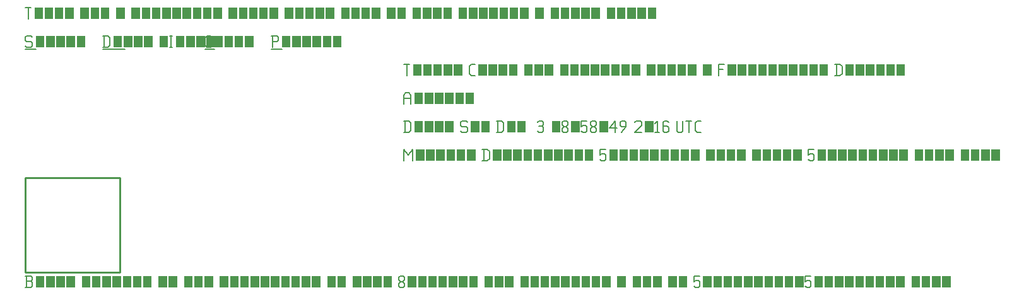
<source format=gbr>
G04 start of page 3 for group -3984 idx -3984 *
G04 Title: Clear and no-clear lines, fab *
G04 Creator: <version>
G04 CreationDate: <date>
G04 For:  *
G04 Format: Gerber/RS-274X *
G04 PCB-Dimensions: 50000 50000 *
G04 PCB-Coordinate-Origin: lower left *
%MOIN*%
%FSLAX25Y25*%
%LNFAB*%
%ADD18C,0.0100*%
%ADD17C,0.0001*%
%ADD16C,0.0060*%
G54D16*X3000Y125000D02*X3750Y124250D01*
X750Y125000D02*X3000D01*
X0Y124250D02*X750Y125000D01*
X0Y124250D02*Y122750D01*
X750Y122000D01*
X3000D01*
X3750Y121250D01*
Y119750D01*
X3000Y119000D02*X3750Y119750D01*
X750Y119000D02*X3000D01*
X0Y119750D02*X750Y119000D01*
G54D17*G36*
X5550Y125000D02*Y119000D01*
X10050D01*
Y125000D01*
X5550D01*
G37*
G36*
X10950D02*Y119000D01*
X15450D01*
Y125000D01*
X10950D01*
G37*
G36*
X16350D02*Y119000D01*
X20850D01*
Y125000D01*
X16350D01*
G37*
G36*
X21750D02*Y119000D01*
X26250D01*
Y125000D01*
X21750D01*
G37*
G36*
X27150D02*Y119000D01*
X31650D01*
Y125000D01*
X27150D01*
G37*
G54D16*X0Y118000D02*X5550D01*
X41750Y125000D02*Y119000D01*
X43700Y125000D02*X44750Y123950D01*
Y120050D01*
X43700Y119000D02*X44750Y120050D01*
X41000Y119000D02*X43700D01*
X41000Y125000D02*X43700D01*
G54D17*G36*
X46550D02*Y119000D01*
X51050D01*
Y125000D01*
X46550D01*
G37*
G36*
X51950D02*Y119000D01*
X56450D01*
Y125000D01*
X51950D01*
G37*
G36*
X57350D02*Y119000D01*
X61850D01*
Y125000D01*
X57350D01*
G37*
G36*
X62750D02*Y119000D01*
X67250D01*
Y125000D01*
X62750D01*
G37*
G36*
X70850D02*Y119000D01*
X75350D01*
Y125000D01*
X70850D01*
G37*
G54D16*X76250D02*X77750D01*
X77000D02*Y119000D01*
X76250D02*X77750D01*
G54D17*G36*
X79550Y125000D02*Y119000D01*
X84050D01*
Y125000D01*
X79550D01*
G37*
G36*
X84950D02*Y119000D01*
X89450D01*
Y125000D01*
X84950D01*
G37*
G36*
X90350D02*Y119000D01*
X94850D01*
Y125000D01*
X90350D01*
G37*
G36*
X95750D02*Y119000D01*
X100250D01*
Y125000D01*
X95750D01*
G37*
G54D16*X41000Y118000D02*X52550D01*
X96050Y119000D02*X98000D01*
X95000Y120050D02*X96050Y119000D01*
X95000Y123950D02*Y120050D01*
Y123950D02*X96050Y125000D01*
X98000D01*
G54D17*G36*
X99800D02*Y119000D01*
X104300D01*
Y125000D01*
X99800D01*
G37*
G36*
X105200D02*Y119000D01*
X109700D01*
Y125000D01*
X105200D01*
G37*
G36*
X110600D02*Y119000D01*
X115100D01*
Y125000D01*
X110600D01*
G37*
G36*
X116000D02*Y119000D01*
X120500D01*
Y125000D01*
X116000D01*
G37*
G54D16*X95000Y118000D02*X99800D01*
X130750Y125000D02*Y119000D01*
X130000Y125000D02*X133000D01*
X133750Y124250D01*
Y122750D01*
X133000Y122000D02*X133750Y122750D01*
X130750Y122000D02*X133000D01*
G54D17*G36*
X135550Y125000D02*Y119000D01*
X140050D01*
Y125000D01*
X135550D01*
G37*
G36*
X140950D02*Y119000D01*
X145450D01*
Y125000D01*
X140950D01*
G37*
G36*
X146350D02*Y119000D01*
X150850D01*
Y125000D01*
X146350D01*
G37*
G36*
X151750D02*Y119000D01*
X156250D01*
Y125000D01*
X151750D01*
G37*
G36*
X157150D02*Y119000D01*
X161650D01*
Y125000D01*
X157150D01*
G37*
G36*
X162550D02*Y119000D01*
X167050D01*
Y125000D01*
X162550D01*
G37*
G54D16*X130000Y118000D02*X135550D01*
X0Y140000D02*X3000D01*
X1500D02*Y134000D01*
G54D17*G36*
X4800Y140000D02*Y134000D01*
X9300D01*
Y140000D01*
X4800D01*
G37*
G36*
X10200D02*Y134000D01*
X14700D01*
Y140000D01*
X10200D01*
G37*
G36*
X15600D02*Y134000D01*
X20100D01*
Y140000D01*
X15600D01*
G37*
G36*
X21000D02*Y134000D01*
X25500D01*
Y140000D01*
X21000D01*
G37*
G36*
X29100D02*Y134000D01*
X33600D01*
Y140000D01*
X29100D01*
G37*
G36*
X34500D02*Y134000D01*
X39000D01*
Y140000D01*
X34500D01*
G37*
G36*
X39900D02*Y134000D01*
X44400D01*
Y140000D01*
X39900D01*
G37*
G36*
X48000D02*Y134000D01*
X52500D01*
Y140000D01*
X48000D01*
G37*
G36*
X56100D02*Y134000D01*
X60600D01*
Y140000D01*
X56100D01*
G37*
G36*
X61500D02*Y134000D01*
X66000D01*
Y140000D01*
X61500D01*
G37*
G36*
X66900D02*Y134000D01*
X71400D01*
Y140000D01*
X66900D01*
G37*
G36*
X72300D02*Y134000D01*
X76800D01*
Y140000D01*
X72300D01*
G37*
G36*
X77700D02*Y134000D01*
X82200D01*
Y140000D01*
X77700D01*
G37*
G36*
X83100D02*Y134000D01*
X87600D01*
Y140000D01*
X83100D01*
G37*
G36*
X88500D02*Y134000D01*
X93000D01*
Y140000D01*
X88500D01*
G37*
G36*
X93900D02*Y134000D01*
X98400D01*
Y140000D01*
X93900D01*
G37*
G36*
X99300D02*Y134000D01*
X103800D01*
Y140000D01*
X99300D01*
G37*
G36*
X107400D02*Y134000D01*
X111900D01*
Y140000D01*
X107400D01*
G37*
G36*
X112800D02*Y134000D01*
X117300D01*
Y140000D01*
X112800D01*
G37*
G36*
X118200D02*Y134000D01*
X122700D01*
Y140000D01*
X118200D01*
G37*
G36*
X123600D02*Y134000D01*
X128100D01*
Y140000D01*
X123600D01*
G37*
G36*
X129000D02*Y134000D01*
X133500D01*
Y140000D01*
X129000D01*
G37*
G36*
X137100D02*Y134000D01*
X141600D01*
Y140000D01*
X137100D01*
G37*
G36*
X142500D02*Y134000D01*
X147000D01*
Y140000D01*
X142500D01*
G37*
G36*
X147900D02*Y134000D01*
X152400D01*
Y140000D01*
X147900D01*
G37*
G36*
X153300D02*Y134000D01*
X157800D01*
Y140000D01*
X153300D01*
G37*
G36*
X158700D02*Y134000D01*
X163200D01*
Y140000D01*
X158700D01*
G37*
G36*
X166800D02*Y134000D01*
X171300D01*
Y140000D01*
X166800D01*
G37*
G36*
X172200D02*Y134000D01*
X176700D01*
Y140000D01*
X172200D01*
G37*
G36*
X177600D02*Y134000D01*
X182100D01*
Y140000D01*
X177600D01*
G37*
G36*
X183000D02*Y134000D01*
X187500D01*
Y140000D01*
X183000D01*
G37*
G36*
X191100D02*Y134000D01*
X195600D01*
Y140000D01*
X191100D01*
G37*
G36*
X196500D02*Y134000D01*
X201000D01*
Y140000D01*
X196500D01*
G37*
G36*
X204600D02*Y134000D01*
X209100D01*
Y140000D01*
X204600D01*
G37*
G36*
X210000D02*Y134000D01*
X214500D01*
Y140000D01*
X210000D01*
G37*
G36*
X215400D02*Y134000D01*
X219900D01*
Y140000D01*
X215400D01*
G37*
G36*
X220800D02*Y134000D01*
X225300D01*
Y140000D01*
X220800D01*
G37*
G36*
X228900D02*Y134000D01*
X233400D01*
Y140000D01*
X228900D01*
G37*
G36*
X234300D02*Y134000D01*
X238800D01*
Y140000D01*
X234300D01*
G37*
G36*
X239700D02*Y134000D01*
X244200D01*
Y140000D01*
X239700D01*
G37*
G36*
X245100D02*Y134000D01*
X249600D01*
Y140000D01*
X245100D01*
G37*
G36*
X250500D02*Y134000D01*
X255000D01*
Y140000D01*
X250500D01*
G37*
G36*
X255900D02*Y134000D01*
X260400D01*
Y140000D01*
X255900D01*
G37*
G36*
X261300D02*Y134000D01*
X265800D01*
Y140000D01*
X261300D01*
G37*
G36*
X269400D02*Y134000D01*
X273900D01*
Y140000D01*
X269400D01*
G37*
G36*
X277500D02*Y134000D01*
X282000D01*
Y140000D01*
X277500D01*
G37*
G36*
X282900D02*Y134000D01*
X287400D01*
Y140000D01*
X282900D01*
G37*
G36*
X288300D02*Y134000D01*
X292800D01*
Y140000D01*
X288300D01*
G37*
G36*
X293700D02*Y134000D01*
X298200D01*
Y140000D01*
X293700D01*
G37*
G36*
X299100D02*Y134000D01*
X303600D01*
Y140000D01*
X299100D01*
G37*
G36*
X307200D02*Y134000D01*
X311700D01*
Y140000D01*
X307200D01*
G37*
G36*
X312600D02*Y134000D01*
X317100D01*
Y140000D01*
X312600D01*
G37*
G36*
X318000D02*Y134000D01*
X322500D01*
Y140000D01*
X318000D01*
G37*
G36*
X323400D02*Y134000D01*
X327900D01*
Y140000D01*
X323400D01*
G37*
G36*
X328800D02*Y134000D01*
X333300D01*
Y140000D01*
X328800D01*
G37*
G54D18*X0Y50000D02*X50000D01*
X0D02*Y0D01*
X50000Y50000D02*Y0D01*
X0D02*X50000D01*
G54D16*X200000Y65000D02*Y59000D01*
Y65000D02*X202250Y62000D01*
X204500Y65000D01*
Y59000D01*
G54D17*G36*
X206300Y65000D02*Y59000D01*
X210800D01*
Y65000D01*
X206300D01*
G37*
G36*
X211700D02*Y59000D01*
X216200D01*
Y65000D01*
X211700D01*
G37*
G36*
X217100D02*Y59000D01*
X221600D01*
Y65000D01*
X217100D01*
G37*
G36*
X222500D02*Y59000D01*
X227000D01*
Y65000D01*
X222500D01*
G37*
G36*
X227900D02*Y59000D01*
X232400D01*
Y65000D01*
X227900D01*
G37*
G36*
X233300D02*Y59000D01*
X237800D01*
Y65000D01*
X233300D01*
G37*
G54D16*X242150D02*Y59000D01*
X244100Y65000D02*X245150Y63950D01*
Y60050D01*
X244100Y59000D02*X245150Y60050D01*
X241400Y59000D02*X244100D01*
X241400Y65000D02*X244100D01*
G54D17*G36*
X246950D02*Y59000D01*
X251450D01*
Y65000D01*
X246950D01*
G37*
G36*
X252350D02*Y59000D01*
X256850D01*
Y65000D01*
X252350D01*
G37*
G36*
X257750D02*Y59000D01*
X262250D01*
Y65000D01*
X257750D01*
G37*
G36*
X263150D02*Y59000D01*
X267650D01*
Y65000D01*
X263150D01*
G37*
G36*
X268550D02*Y59000D01*
X273050D01*
Y65000D01*
X268550D01*
G37*
G36*
X273950D02*Y59000D01*
X278450D01*
Y65000D01*
X273950D01*
G37*
G36*
X279350D02*Y59000D01*
X283850D01*
Y65000D01*
X279350D01*
G37*
G36*
X284750D02*Y59000D01*
X289250D01*
Y65000D01*
X284750D01*
G37*
G36*
X290150D02*Y59000D01*
X294650D01*
Y65000D01*
X290150D01*
G37*
G36*
X295550D02*Y59000D01*
X300050D01*
Y65000D01*
X295550D01*
G37*
G54D16*X303650D02*X306650D01*
X303650D02*Y62000D01*
X304400Y62750D01*
X305900D01*
X306650Y62000D01*
Y59750D01*
X305900Y59000D02*X306650Y59750D01*
X304400Y59000D02*X305900D01*
X303650Y59750D02*X304400Y59000D01*
G54D17*G36*
X308450Y65000D02*Y59000D01*
X312950D01*
Y65000D01*
X308450D01*
G37*
G36*
X313850D02*Y59000D01*
X318350D01*
Y65000D01*
X313850D01*
G37*
G36*
X319250D02*Y59000D01*
X323750D01*
Y65000D01*
X319250D01*
G37*
G36*
X324650D02*Y59000D01*
X329150D01*
Y65000D01*
X324650D01*
G37*
G36*
X330050D02*Y59000D01*
X334550D01*
Y65000D01*
X330050D01*
G37*
G36*
X335450D02*Y59000D01*
X339950D01*
Y65000D01*
X335450D01*
G37*
G36*
X340850D02*Y59000D01*
X345350D01*
Y65000D01*
X340850D01*
G37*
G36*
X346250D02*Y59000D01*
X350750D01*
Y65000D01*
X346250D01*
G37*
G36*
X351650D02*Y59000D01*
X356150D01*
Y65000D01*
X351650D01*
G37*
G36*
X359750D02*Y59000D01*
X364250D01*
Y65000D01*
X359750D01*
G37*
G36*
X365150D02*Y59000D01*
X369650D01*
Y65000D01*
X365150D01*
G37*
G36*
X370550D02*Y59000D01*
X375050D01*
Y65000D01*
X370550D01*
G37*
G36*
X375950D02*Y59000D01*
X380450D01*
Y65000D01*
X375950D01*
G37*
G36*
X384050D02*Y59000D01*
X388550D01*
Y65000D01*
X384050D01*
G37*
G36*
X389450D02*Y59000D01*
X393950D01*
Y65000D01*
X389450D01*
G37*
G36*
X394850D02*Y59000D01*
X399350D01*
Y65000D01*
X394850D01*
G37*
G36*
X400250D02*Y59000D01*
X404750D01*
Y65000D01*
X400250D01*
G37*
G36*
X405650D02*Y59000D01*
X410150D01*
Y65000D01*
X405650D01*
G37*
G54D16*X413750D02*X416750D01*
X413750D02*Y62000D01*
X414500Y62750D01*
X416000D01*
X416750Y62000D01*
Y59750D01*
X416000Y59000D02*X416750Y59750D01*
X414500Y59000D02*X416000D01*
X413750Y59750D02*X414500Y59000D01*
G54D17*G36*
X418550Y65000D02*Y59000D01*
X423050D01*
Y65000D01*
X418550D01*
G37*
G36*
X423950D02*Y59000D01*
X428450D01*
Y65000D01*
X423950D01*
G37*
G36*
X429350D02*Y59000D01*
X433850D01*
Y65000D01*
X429350D01*
G37*
G36*
X434750D02*Y59000D01*
X439250D01*
Y65000D01*
X434750D01*
G37*
G36*
X440150D02*Y59000D01*
X444650D01*
Y65000D01*
X440150D01*
G37*
G36*
X445550D02*Y59000D01*
X450050D01*
Y65000D01*
X445550D01*
G37*
G36*
X450950D02*Y59000D01*
X455450D01*
Y65000D01*
X450950D01*
G37*
G36*
X456350D02*Y59000D01*
X460850D01*
Y65000D01*
X456350D01*
G37*
G36*
X461750D02*Y59000D01*
X466250D01*
Y65000D01*
X461750D01*
G37*
G36*
X469850D02*Y59000D01*
X474350D01*
Y65000D01*
X469850D01*
G37*
G36*
X475250D02*Y59000D01*
X479750D01*
Y65000D01*
X475250D01*
G37*
G36*
X480650D02*Y59000D01*
X485150D01*
Y65000D01*
X480650D01*
G37*
G36*
X486050D02*Y59000D01*
X490550D01*
Y65000D01*
X486050D01*
G37*
G36*
X494150D02*Y59000D01*
X498650D01*
Y65000D01*
X494150D01*
G37*
G36*
X499550D02*Y59000D01*
X504050D01*
Y65000D01*
X499550D01*
G37*
G36*
X504950D02*Y59000D01*
X509450D01*
Y65000D01*
X504950D01*
G37*
G36*
X510350D02*Y59000D01*
X514850D01*
Y65000D01*
X510350D01*
G37*
G54D16*X0Y-8000D02*X3000D01*
X3750Y-7250D01*
Y-5450D02*Y-7250D01*
X3000Y-4700D02*X3750Y-5450D01*
X750Y-4700D02*X3000D01*
X750Y-2000D02*Y-8000D01*
X0Y-2000D02*X3000D01*
X3750Y-2750D01*
Y-3950D01*
X3000Y-4700D02*X3750Y-3950D01*
G54D17*G36*
X5550Y-2000D02*Y-8000D01*
X10050D01*
Y-2000D01*
X5550D01*
G37*
G36*
X10950D02*Y-8000D01*
X15450D01*
Y-2000D01*
X10950D01*
G37*
G36*
X16350D02*Y-8000D01*
X20850D01*
Y-2000D01*
X16350D01*
G37*
G36*
X21750D02*Y-8000D01*
X26250D01*
Y-2000D01*
X21750D01*
G37*
G36*
X29850D02*Y-8000D01*
X34350D01*
Y-2000D01*
X29850D01*
G37*
G36*
X35250D02*Y-8000D01*
X39750D01*
Y-2000D01*
X35250D01*
G37*
G36*
X40650D02*Y-8000D01*
X45150D01*
Y-2000D01*
X40650D01*
G37*
G36*
X46050D02*Y-8000D01*
X50550D01*
Y-2000D01*
X46050D01*
G37*
G36*
X51450D02*Y-8000D01*
X55950D01*
Y-2000D01*
X51450D01*
G37*
G36*
X56850D02*Y-8000D01*
X61350D01*
Y-2000D01*
X56850D01*
G37*
G36*
X62250D02*Y-8000D01*
X66750D01*
Y-2000D01*
X62250D01*
G37*
G36*
X70350D02*Y-8000D01*
X74850D01*
Y-2000D01*
X70350D01*
G37*
G36*
X75750D02*Y-8000D01*
X80250D01*
Y-2000D01*
X75750D01*
G37*
G36*
X83850D02*Y-8000D01*
X88350D01*
Y-2000D01*
X83850D01*
G37*
G36*
X89250D02*Y-8000D01*
X93750D01*
Y-2000D01*
X89250D01*
G37*
G36*
X94650D02*Y-8000D01*
X99150D01*
Y-2000D01*
X94650D01*
G37*
G36*
X102750D02*Y-8000D01*
X107250D01*
Y-2000D01*
X102750D01*
G37*
G36*
X108150D02*Y-8000D01*
X112650D01*
Y-2000D01*
X108150D01*
G37*
G36*
X113550D02*Y-8000D01*
X118050D01*
Y-2000D01*
X113550D01*
G37*
G36*
X118950D02*Y-8000D01*
X123450D01*
Y-2000D01*
X118950D01*
G37*
G36*
X124350D02*Y-8000D01*
X128850D01*
Y-2000D01*
X124350D01*
G37*
G36*
X129750D02*Y-8000D01*
X134250D01*
Y-2000D01*
X129750D01*
G37*
G36*
X135150D02*Y-8000D01*
X139650D01*
Y-2000D01*
X135150D01*
G37*
G36*
X140550D02*Y-8000D01*
X145050D01*
Y-2000D01*
X140550D01*
G37*
G36*
X145950D02*Y-8000D01*
X150450D01*
Y-2000D01*
X145950D01*
G37*
G36*
X151350D02*Y-8000D01*
X155850D01*
Y-2000D01*
X151350D01*
G37*
G36*
X159450D02*Y-8000D01*
X163950D01*
Y-2000D01*
X159450D01*
G37*
G36*
X164850D02*Y-8000D01*
X169350D01*
Y-2000D01*
X164850D01*
G37*
G36*
X172950D02*Y-8000D01*
X177450D01*
Y-2000D01*
X172950D01*
G37*
G36*
X178350D02*Y-8000D01*
X182850D01*
Y-2000D01*
X178350D01*
G37*
G36*
X183750D02*Y-8000D01*
X188250D01*
Y-2000D01*
X183750D01*
G37*
G36*
X189150D02*Y-8000D01*
X193650D01*
Y-2000D01*
X189150D01*
G37*
G54D16*X197250Y-7250D02*X198000Y-8000D01*
X197250Y-6050D02*Y-7250D01*
Y-6050D02*X198300Y-5000D01*
X199200D01*
X200250Y-6050D01*
Y-7250D01*
X199500Y-8000D02*X200250Y-7250D01*
X198000Y-8000D02*X199500D01*
X197250Y-3950D02*X198300Y-5000D01*
X197250Y-2750D02*Y-3950D01*
Y-2750D02*X198000Y-2000D01*
X199500D01*
X200250Y-2750D01*
Y-3950D01*
X199200Y-5000D02*X200250Y-3950D01*
G54D17*G36*
X202050Y-2000D02*Y-8000D01*
X206550D01*
Y-2000D01*
X202050D01*
G37*
G36*
X207450D02*Y-8000D01*
X211950D01*
Y-2000D01*
X207450D01*
G37*
G36*
X212850D02*Y-8000D01*
X217350D01*
Y-2000D01*
X212850D01*
G37*
G36*
X218250D02*Y-8000D01*
X222750D01*
Y-2000D01*
X218250D01*
G37*
G36*
X223650D02*Y-8000D01*
X228150D01*
Y-2000D01*
X223650D01*
G37*
G36*
X229050D02*Y-8000D01*
X233550D01*
Y-2000D01*
X229050D01*
G37*
G36*
X234450D02*Y-8000D01*
X238950D01*
Y-2000D01*
X234450D01*
G37*
G36*
X242550D02*Y-8000D01*
X247050D01*
Y-2000D01*
X242550D01*
G37*
G36*
X247950D02*Y-8000D01*
X252450D01*
Y-2000D01*
X247950D01*
G37*
G36*
X253350D02*Y-8000D01*
X257850D01*
Y-2000D01*
X253350D01*
G37*
G36*
X261450D02*Y-8000D01*
X265950D01*
Y-2000D01*
X261450D01*
G37*
G36*
X266850D02*Y-8000D01*
X271350D01*
Y-2000D01*
X266850D01*
G37*
G36*
X272250D02*Y-8000D01*
X276750D01*
Y-2000D01*
X272250D01*
G37*
G36*
X277650D02*Y-8000D01*
X282150D01*
Y-2000D01*
X277650D01*
G37*
G36*
X283050D02*Y-8000D01*
X287550D01*
Y-2000D01*
X283050D01*
G37*
G36*
X288450D02*Y-8000D01*
X292950D01*
Y-2000D01*
X288450D01*
G37*
G36*
X293850D02*Y-8000D01*
X298350D01*
Y-2000D01*
X293850D01*
G37*
G36*
X299250D02*Y-8000D01*
X303750D01*
Y-2000D01*
X299250D01*
G37*
G36*
X304650D02*Y-8000D01*
X309150D01*
Y-2000D01*
X304650D01*
G37*
G36*
X312750D02*Y-8000D01*
X317250D01*
Y-2000D01*
X312750D01*
G37*
G36*
X320850D02*Y-8000D01*
X325350D01*
Y-2000D01*
X320850D01*
G37*
G36*
X326250D02*Y-8000D01*
X330750D01*
Y-2000D01*
X326250D01*
G37*
G36*
X331650D02*Y-8000D01*
X336150D01*
Y-2000D01*
X331650D01*
G37*
G36*
X339750D02*Y-8000D01*
X344250D01*
Y-2000D01*
X339750D01*
G37*
G36*
X345150D02*Y-8000D01*
X349650D01*
Y-2000D01*
X345150D01*
G37*
G54D16*X353250D02*X356250D01*
X353250D02*Y-5000D01*
X354000Y-4250D01*
X355500D01*
X356250Y-5000D01*
Y-7250D01*
X355500Y-8000D02*X356250Y-7250D01*
X354000Y-8000D02*X355500D01*
X353250Y-7250D02*X354000Y-8000D01*
G54D17*G36*
X358050Y-2000D02*Y-8000D01*
X362550D01*
Y-2000D01*
X358050D01*
G37*
G36*
X363450D02*Y-8000D01*
X367950D01*
Y-2000D01*
X363450D01*
G37*
G36*
X368850D02*Y-8000D01*
X373350D01*
Y-2000D01*
X368850D01*
G37*
G36*
X374250D02*Y-8000D01*
X378750D01*
Y-2000D01*
X374250D01*
G37*
G36*
X379650D02*Y-8000D01*
X384150D01*
Y-2000D01*
X379650D01*
G37*
G36*
X385050D02*Y-8000D01*
X389550D01*
Y-2000D01*
X385050D01*
G37*
G36*
X390450D02*Y-8000D01*
X394950D01*
Y-2000D01*
X390450D01*
G37*
G36*
X395850D02*Y-8000D01*
X400350D01*
Y-2000D01*
X395850D01*
G37*
G36*
X401250D02*Y-8000D01*
X405750D01*
Y-2000D01*
X401250D01*
G37*
G36*
X406650D02*Y-8000D01*
X411150D01*
Y-2000D01*
X406650D01*
G37*
G54D16*X412050D02*X415050D01*
X412050D02*Y-5000D01*
X412800Y-4250D01*
X414300D01*
X415050Y-5000D01*
Y-7250D01*
X414300Y-8000D02*X415050Y-7250D01*
X412800Y-8000D02*X414300D01*
X412050Y-7250D02*X412800Y-8000D01*
G54D17*G36*
X416850Y-2000D02*Y-8000D01*
X421350D01*
Y-2000D01*
X416850D01*
G37*
G36*
X422250D02*Y-8000D01*
X426750D01*
Y-2000D01*
X422250D01*
G37*
G36*
X427650D02*Y-8000D01*
X432150D01*
Y-2000D01*
X427650D01*
G37*
G36*
X433050D02*Y-8000D01*
X437550D01*
Y-2000D01*
X433050D01*
G37*
G36*
X438450D02*Y-8000D01*
X442950D01*
Y-2000D01*
X438450D01*
G37*
G36*
X443850D02*Y-8000D01*
X448350D01*
Y-2000D01*
X443850D01*
G37*
G36*
X449250D02*Y-8000D01*
X453750D01*
Y-2000D01*
X449250D01*
G37*
G36*
X454650D02*Y-8000D01*
X459150D01*
Y-2000D01*
X454650D01*
G37*
G36*
X460050D02*Y-8000D01*
X464550D01*
Y-2000D01*
X460050D01*
G37*
G36*
X468150D02*Y-8000D01*
X472650D01*
Y-2000D01*
X468150D01*
G37*
G36*
X473550D02*Y-8000D01*
X478050D01*
Y-2000D01*
X473550D01*
G37*
G36*
X478950D02*Y-8000D01*
X483450D01*
Y-2000D01*
X478950D01*
G37*
G36*
X484350D02*Y-8000D01*
X488850D01*
Y-2000D01*
X484350D01*
G37*
G54D16*X200750Y80000D02*Y74000D01*
X202700Y80000D02*X203750Y78950D01*
Y75050D01*
X202700Y74000D02*X203750Y75050D01*
X200000Y74000D02*X202700D01*
X200000Y80000D02*X202700D01*
G54D17*G36*
X205550D02*Y74000D01*
X210050D01*
Y80000D01*
X205550D01*
G37*
G36*
X210950D02*Y74000D01*
X215450D01*
Y80000D01*
X210950D01*
G37*
G36*
X216350D02*Y74000D01*
X220850D01*
Y80000D01*
X216350D01*
G37*
G36*
X221750D02*Y74000D01*
X226250D01*
Y80000D01*
X221750D01*
G37*
G54D16*X232850D02*X233600Y79250D01*
X230600Y80000D02*X232850D01*
X229850Y79250D02*X230600Y80000D01*
X229850Y79250D02*Y77750D01*
X230600Y77000D01*
X232850D01*
X233600Y76250D01*
Y74750D01*
X232850Y74000D02*X233600Y74750D01*
X230600Y74000D02*X232850D01*
X229850Y74750D02*X230600Y74000D01*
G54D17*G36*
X235400Y80000D02*Y74000D01*
X239900D01*
Y80000D01*
X235400D01*
G37*
G36*
X240800D02*Y74000D01*
X245300D01*
Y80000D01*
X240800D01*
G37*
G54D16*X249650D02*Y74000D01*
X251600Y80000D02*X252650Y78950D01*
Y75050D01*
X251600Y74000D02*X252650Y75050D01*
X248900Y74000D02*X251600D01*
X248900Y80000D02*X251600D01*
G54D17*G36*
X254450D02*Y74000D01*
X258950D01*
Y80000D01*
X254450D01*
G37*
G36*
X259850D02*Y74000D01*
X264350D01*
Y80000D01*
X259850D01*
G37*
G54D16*X270650Y79250D02*X271400Y80000D01*
X272900D01*
X273650Y79250D01*
X272900Y74000D02*X273650Y74750D01*
X271400Y74000D02*X272900D01*
X270650Y74750D02*X271400Y74000D01*
Y77300D02*X272900D01*
X273650Y79250D02*Y78050D01*
Y76550D02*Y74750D01*
Y76550D02*X272900Y77300D01*
X273650Y78050D02*X272900Y77300D01*
G54D17*G36*
X278150Y80000D02*Y74000D01*
X282650D01*
Y80000D01*
X278150D01*
G37*
G54D16*X283550Y74750D02*X284300Y74000D01*
X283550Y75950D02*Y74750D01*
Y75950D02*X284600Y77000D01*
X285500D01*
X286550Y75950D01*
Y74750D01*
X285800Y74000D02*X286550Y74750D01*
X284300Y74000D02*X285800D01*
X283550Y78050D02*X284600Y77000D01*
X283550Y79250D02*Y78050D01*
Y79250D02*X284300Y80000D01*
X285800D01*
X286550Y79250D01*
Y78050D01*
X285500Y77000D02*X286550Y78050D01*
G54D17*G36*
X288350Y80000D02*Y74000D01*
X292850D01*
Y80000D01*
X288350D01*
G37*
G54D16*X293750D02*X296750D01*
X293750D02*Y77000D01*
X294500Y77750D01*
X296000D01*
X296750Y77000D01*
Y74750D01*
X296000Y74000D02*X296750Y74750D01*
X294500Y74000D02*X296000D01*
X293750Y74750D02*X294500Y74000D01*
X298550Y74750D02*X299300Y74000D01*
X298550Y75950D02*Y74750D01*
Y75950D02*X299600Y77000D01*
X300500D01*
X301550Y75950D01*
Y74750D01*
X300800Y74000D02*X301550Y74750D01*
X299300Y74000D02*X300800D01*
X298550Y78050D02*X299600Y77000D01*
X298550Y79250D02*Y78050D01*
Y79250D02*X299300Y80000D01*
X300800D01*
X301550Y79250D01*
Y78050D01*
X300500Y77000D02*X301550Y78050D01*
G54D17*G36*
X303350Y80000D02*Y74000D01*
X307850D01*
Y80000D01*
X303350D01*
G37*
G54D16*X308750Y76250D02*X311750Y80000D01*
X308750Y76250D02*X312500D01*
X311750Y80000D02*Y74000D01*
X315050D02*X317300Y77000D01*
Y79250D02*Y77000D01*
X316550Y80000D02*X317300Y79250D01*
X315050Y80000D02*X316550D01*
X314300Y79250D02*X315050Y80000D01*
X314300Y79250D02*Y77750D01*
X315050Y77000D01*
X317300D01*
X321800Y79250D02*X322550Y80000D01*
X324800D01*
X325550Y79250D01*
Y77750D01*
X321800Y74000D02*X325550Y77750D01*
X321800Y74000D02*X325550D01*
G54D17*G36*
X327350Y80000D02*Y74000D01*
X331850D01*
Y80000D01*
X327350D01*
G37*
G54D16*X332750Y78800D02*X333950Y80000D01*
Y74000D01*
X332750D02*X335000D01*
X339050Y80000D02*X339800Y79250D01*
X337550Y80000D02*X339050D01*
X336800Y79250D02*X337550Y80000D01*
X336800Y79250D02*Y74750D01*
X337550Y74000D01*
X339050Y77300D02*X339800Y76550D01*
X336800Y77300D02*X339050D01*
X337550Y74000D02*X339050D01*
X339800Y74750D01*
Y76550D02*Y74750D01*
X344300Y80000D02*Y74750D01*
X345050Y74000D01*
X346550D01*
X347300Y74750D01*
Y80000D02*Y74750D01*
X349100Y80000D02*X352100D01*
X350600D02*Y74000D01*
X354950D02*X356900D01*
X353900Y75050D02*X354950Y74000D01*
X353900Y78950D02*Y75050D01*
Y78950D02*X354950Y80000D01*
X356900D01*
X200000Y93500D02*Y89000D01*
Y93500D02*X201050Y95000D01*
X202700D01*
X203750Y93500D01*
Y89000D01*
X200000Y92000D02*X203750D01*
G54D17*G36*
X205550Y95000D02*Y89000D01*
X210050D01*
Y95000D01*
X205550D01*
G37*
G36*
X210950D02*Y89000D01*
X215450D01*
Y95000D01*
X210950D01*
G37*
G36*
X216350D02*Y89000D01*
X220850D01*
Y95000D01*
X216350D01*
G37*
G36*
X221750D02*Y89000D01*
X226250D01*
Y95000D01*
X221750D01*
G37*
G36*
X227150D02*Y89000D01*
X231650D01*
Y95000D01*
X227150D01*
G37*
G36*
X232550D02*Y89000D01*
X237050D01*
Y95000D01*
X232550D01*
G37*
G54D16*X200000Y110000D02*X203000D01*
X201500D02*Y104000D01*
G54D17*G36*
X204800Y110000D02*Y104000D01*
X209300D01*
Y110000D01*
X204800D01*
G37*
G36*
X210200D02*Y104000D01*
X214700D01*
Y110000D01*
X210200D01*
G37*
G36*
X215600D02*Y104000D01*
X220100D01*
Y110000D01*
X215600D01*
G37*
G36*
X221000D02*Y104000D01*
X225500D01*
Y110000D01*
X221000D01*
G37*
G36*
X226400D02*Y104000D01*
X230900D01*
Y110000D01*
X226400D01*
G37*
G54D16*X235550Y104000D02*X237500D01*
X234500Y105050D02*X235550Y104000D01*
X234500Y108950D02*Y105050D01*
Y108950D02*X235550Y110000D01*
X237500D01*
G54D17*G36*
X239300D02*Y104000D01*
X243800D01*
Y110000D01*
X239300D01*
G37*
G36*
X244700D02*Y104000D01*
X249200D01*
Y110000D01*
X244700D01*
G37*
G36*
X250100D02*Y104000D01*
X254600D01*
Y110000D01*
X250100D01*
G37*
G36*
X255500D02*Y104000D01*
X260000D01*
Y110000D01*
X255500D01*
G37*
G36*
X263600D02*Y104000D01*
X268100D01*
Y110000D01*
X263600D01*
G37*
G36*
X269000D02*Y104000D01*
X273500D01*
Y110000D01*
X269000D01*
G37*
G36*
X274400D02*Y104000D01*
X278900D01*
Y110000D01*
X274400D01*
G37*
G36*
X282500D02*Y104000D01*
X287000D01*
Y110000D01*
X282500D01*
G37*
G36*
X287900D02*Y104000D01*
X292400D01*
Y110000D01*
X287900D01*
G37*
G36*
X293300D02*Y104000D01*
X297800D01*
Y110000D01*
X293300D01*
G37*
G36*
X298700D02*Y104000D01*
X303200D01*
Y110000D01*
X298700D01*
G37*
G36*
X304100D02*Y104000D01*
X308600D01*
Y110000D01*
X304100D01*
G37*
G36*
X309500D02*Y104000D01*
X314000D01*
Y110000D01*
X309500D01*
G37*
G36*
X314900D02*Y104000D01*
X319400D01*
Y110000D01*
X314900D01*
G37*
G36*
X320300D02*Y104000D01*
X324800D01*
Y110000D01*
X320300D01*
G37*
G36*
X328400D02*Y104000D01*
X332900D01*
Y110000D01*
X328400D01*
G37*
G36*
X333800D02*Y104000D01*
X338300D01*
Y110000D01*
X333800D01*
G37*
G36*
X339200D02*Y104000D01*
X343700D01*
Y110000D01*
X339200D01*
G37*
G36*
X344600D02*Y104000D01*
X349100D01*
Y110000D01*
X344600D01*
G37*
G36*
X350000D02*Y104000D01*
X354500D01*
Y110000D01*
X350000D01*
G37*
G36*
X358100D02*Y104000D01*
X362600D01*
Y110000D01*
X358100D01*
G37*
G54D16*X366200D02*Y104000D01*
Y110000D02*X369200D01*
X366200Y107300D02*X368450D01*
G54D17*G36*
X371000Y110000D02*Y104000D01*
X375500D01*
Y110000D01*
X371000D01*
G37*
G36*
X376400D02*Y104000D01*
X380900D01*
Y110000D01*
X376400D01*
G37*
G36*
X381800D02*Y104000D01*
X386300D01*
Y110000D01*
X381800D01*
G37*
G36*
X387200D02*Y104000D01*
X391700D01*
Y110000D01*
X387200D01*
G37*
G36*
X392600D02*Y104000D01*
X397100D01*
Y110000D01*
X392600D01*
G37*
G36*
X398000D02*Y104000D01*
X402500D01*
Y110000D01*
X398000D01*
G37*
G36*
X403400D02*Y104000D01*
X407900D01*
Y110000D01*
X403400D01*
G37*
G36*
X408800D02*Y104000D01*
X413300D01*
Y110000D01*
X408800D01*
G37*
G36*
X414200D02*Y104000D01*
X418700D01*
Y110000D01*
X414200D01*
G37*
G36*
X419600D02*Y104000D01*
X424100D01*
Y110000D01*
X419600D01*
G37*
G54D16*X428450D02*Y104000D01*
X430400Y110000D02*X431450Y108950D01*
Y105050D01*
X430400Y104000D02*X431450Y105050D01*
X427700Y104000D02*X430400D01*
X427700Y110000D02*X430400D01*
G54D17*G36*
X433250D02*Y104000D01*
X437750D01*
Y110000D01*
X433250D01*
G37*
G36*
X438650D02*Y104000D01*
X443150D01*
Y110000D01*
X438650D01*
G37*
G36*
X444050D02*Y104000D01*
X448550D01*
Y110000D01*
X444050D01*
G37*
G36*
X449450D02*Y104000D01*
X453950D01*
Y110000D01*
X449450D01*
G37*
G36*
X454850D02*Y104000D01*
X459350D01*
Y110000D01*
X454850D01*
G37*
G36*
X460250D02*Y104000D01*
X464750D01*
Y110000D01*
X460250D01*
G37*
M02*

</source>
